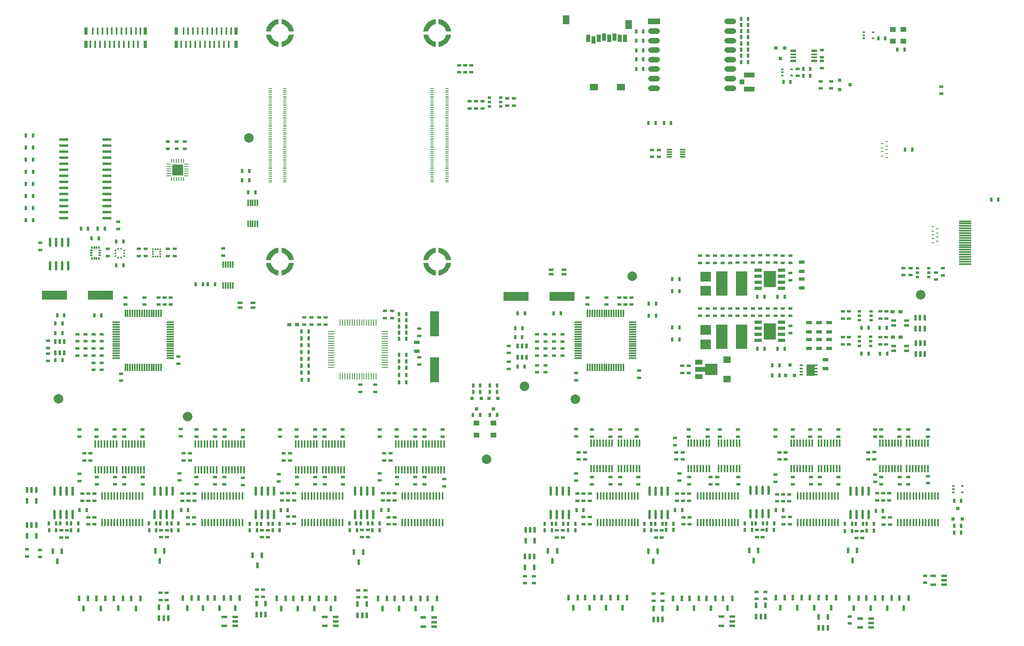
<source format=gtp>
G04*
G04 #@! TF.GenerationSoftware,Altium Limited,Altium Designer,19.0.15 (446)*
G04*
G04 Layer_Color=8421504*
%FSLAX43Y43*%
%MOMM*%
G71*
G01*
G75*
%ADD22R,0.279X1.462*%
%ADD23R,1.930X5.334*%
%ADD24R,5.334X1.930*%
%ADD25R,0.600X0.900*%
%ADD26R,0.900X0.600*%
%ADD27R,0.950X0.700*%
%ADD28R,1.462X0.279*%
%ADD29R,0.600X1.300*%
%ADD30R,0.600X0.200*%
%ADD31R,1.200X0.600*%
%ADD32R,0.600X1.200*%
%ADD33R,1.803X1.397*%
%ADD34R,1.397X1.905*%
%ADD35R,0.813X1.499*%
%ADD36R,0.600X0.420*%
G04:AMPARAMS|DCode=37|XSize=1.4mm|YSize=0.3mm|CornerRadius=0.075mm|HoleSize=0mm|Usage=FLASHONLY|Rotation=90.000|XOffset=0mm|YOffset=0mm|HoleType=Round|Shape=RoundedRectangle|*
%AMROUNDEDRECTD37*
21,1,1.400,0.150,0,0,90.0*
21,1,1.250,0.300,0,0,90.0*
1,1,0.150,0.075,0.625*
1,1,0.150,0.075,-0.625*
1,1,0.150,-0.075,-0.625*
1,1,0.150,-0.075,0.625*
%
%ADD37ROUNDEDRECTD37*%
%ADD38R,0.300X1.550*%
%ADD39O,0.400X1.550*%
%ADD40R,1.100X0.600*%
%ADD41C,2.000*%
%ADD42R,0.700X0.200*%
%ADD43R,2.200X1.050*%
%ADD44R,1.050X1.000*%
%ADD45R,1.250X1.100*%
%ADD46R,0.800X0.800*%
%ADD47R,2.200X2.000*%
%ADD48R,1.300X0.700*%
G04:AMPARAMS|DCode=49|XSize=1.56mm|YSize=0.28mm|CornerRadius=0.035mm|HoleSize=0mm|Usage=FLASHONLY|Rotation=0.000|XOffset=0mm|YOffset=0mm|HoleType=Round|Shape=RoundedRectangle|*
%AMROUNDEDRECTD49*
21,1,1.560,0.210,0,0,0.0*
21,1,1.490,0.280,0,0,0.0*
1,1,0.070,0.745,-0.105*
1,1,0.070,-0.745,-0.105*
1,1,0.070,-0.745,0.105*
1,1,0.070,0.745,0.105*
%
%ADD49ROUNDEDRECTD49*%
G04:AMPARAMS|DCode=50|XSize=1.56mm|YSize=0.28mm|CornerRadius=0.035mm|HoleSize=0mm|Usage=FLASHONLY|Rotation=90.000|XOffset=0mm|YOffset=0mm|HoleType=Round|Shape=RoundedRectangle|*
%AMROUNDEDRECTD50*
21,1,1.560,0.210,0,0,90.0*
21,1,1.490,0.280,0,0,90.0*
1,1,0.070,0.105,0.745*
1,1,0.070,0.105,-0.745*
1,1,0.070,-0.105,-0.745*
1,1,0.070,-0.105,0.745*
%
%ADD50ROUNDEDRECTD50*%
%ADD51R,0.800X1.500*%
%ADD52R,0.400X1.500*%
%ADD53R,0.530X1.980*%
%ADD54O,0.530X1.980*%
%ADD55R,1.640X1.400*%
%ADD56R,2.600X0.300*%
%ADD57R,0.600X1.000*%
%ADD58R,0.800X0.550*%
%ADD59R,0.600X0.300*%
%ADD60R,0.300X0.600*%
%ADD61R,0.305X0.457*%
%ADD62R,0.457X0.305*%
%ADD63R,0.300X0.300*%
%ADD64R,0.300X0.300*%
%ADD65R,1.150X0.600*%
%ADD66R,1.150X0.450*%
%ADD67R,0.800X0.800*%
%ADD68R,0.700X0.420*%
%ADD69R,1.710X2.370*%
%ADD70R,1.500X1.000*%
%ADD71R,2.600X2.400*%
%ADD72R,2.200X1.000*%
%ADD73R,2.350X5.100*%
%ADD74R,1.505X0.802*%
%ADD75R,2.613X3.502*%
G04:AMPARAMS|DCode=76|XSize=1.12mm|YSize=0.27mm|CornerRadius=0.034mm|HoleSize=0mm|Usage=FLASHONLY|Rotation=180.000|XOffset=0mm|YOffset=0mm|HoleType=Round|Shape=RoundedRectangle|*
%AMROUNDEDRECTD76*
21,1,1.120,0.203,0,0,180.0*
21,1,1.053,0.270,0,0,180.0*
1,1,0.068,-0.526,0.101*
1,1,0.068,0.526,0.101*
1,1,0.068,0.526,-0.101*
1,1,0.068,-0.526,-0.101*
%
%ADD76ROUNDEDRECTD76*%
%ADD77R,1.981X0.559*%
%ADD78R,2.500X1.200*%
%ADD79O,2.500X1.200*%
%ADD80R,0.808X0.225*%
%ADD81R,0.225X0.808*%
%ADD82R,0.025X0.025*%
G36*
X94070Y133874D02*
X94544Y133738D01*
X94988Y133524D01*
X95390Y133239D01*
X95739Y132890D01*
X96024Y132488D01*
X96238Y132044D01*
X96374Y131570D01*
X96402Y131325D01*
X95372D01*
X95342Y131467D01*
X95249Y131743D01*
X95115Y132002D01*
X94943Y132237D01*
X94737Y132442D01*
X94502Y132614D01*
X94244Y132748D01*
X93968Y132842D01*
X93825Y132872D01*
X93825D01*
Y133902D01*
X94070Y133874D01*
D02*
G37*
G36*
X93175Y132872D02*
X93033Y132842D01*
X92757Y132749D01*
X92498Y132615D01*
X92263Y132443D01*
X92058Y132237D01*
X91886Y132002D01*
X91752Y131744D01*
X91658Y131468D01*
X91628Y131325D01*
X91628D01*
Y131325D01*
X90598D01*
X90626Y131570D01*
X90762Y132044D01*
X90976Y132488D01*
X91261Y132890D01*
X91610Y133239D01*
X92012Y133524D01*
X92456Y133738D01*
X92930Y133874D01*
X93175Y133902D01*
X93175D01*
Y132872D01*
D02*
G37*
G36*
X61070Y133874D02*
X61544Y133738D01*
X61988Y133524D01*
X62390Y133239D01*
X62739Y132890D01*
X63024Y132488D01*
X63238Y132044D01*
X63374Y131570D01*
X63402Y131325D01*
X62372D01*
X62342Y131467D01*
X62249Y131743D01*
X62115Y132002D01*
X61943Y132237D01*
X61737Y132442D01*
X61502Y132614D01*
X61244Y132748D01*
X60968Y132842D01*
X60825Y132872D01*
X60825D01*
Y133902D01*
X61070Y133874D01*
D02*
G37*
G36*
X60175Y132872D02*
X60033Y132842D01*
X59757Y132749D01*
X59498Y132615D01*
X59263Y132443D01*
X59058Y132237D01*
X58886Y132002D01*
X58752Y131744D01*
X58658Y131468D01*
X58628Y131325D01*
X58628D01*
Y131325D01*
X57598D01*
X57626Y131570D01*
X57762Y132044D01*
X57976Y132488D01*
X58261Y132890D01*
X58610Y133239D01*
X59012Y133524D01*
X59456Y133738D01*
X59930Y133874D01*
X60175Y133902D01*
X60175D01*
Y132872D01*
D02*
G37*
G36*
X96402Y130675D02*
X96374Y130430D01*
X96238Y129956D01*
X96024Y129512D01*
X95739Y129110D01*
X95390Y128761D01*
X94988Y128476D01*
X94544Y128262D01*
X94070Y128126D01*
X93825Y128098D01*
Y128098D01*
Y129128D01*
X93967Y129158D01*
X94243Y129251D01*
X94502Y129385D01*
X94737Y129557D01*
X94942Y129763D01*
X95114Y129998D01*
X95248Y130256D01*
X95342Y130532D01*
X95372Y130675D01*
Y130675D01*
Y130675D01*
X96402Y130675D01*
D02*
G37*
G36*
X91658Y130533D02*
X91751Y130257D01*
X91885Y129998D01*
X92057Y129763D01*
X92263Y129558D01*
X92498Y129386D01*
X92756Y129252D01*
X93032Y129158D01*
X93175Y129128D01*
X93175Y129128D01*
X93175D01*
X93175Y128098D01*
X92930Y128126D01*
X92456Y128262D01*
X92012Y128476D01*
X91610Y128761D01*
X91261Y129110D01*
X90976Y129512D01*
X90762Y129956D01*
X90626Y130430D01*
X90598Y130675D01*
X90598Y130675D01*
X91628D01*
X91658Y130533D01*
D02*
G37*
G36*
X63402Y130675D02*
X63374Y130430D01*
X63238Y129956D01*
X63024Y129512D01*
X62739Y129110D01*
X62390Y128761D01*
X61988Y128476D01*
X61544Y128262D01*
X61070Y128126D01*
X60825Y128098D01*
Y128098D01*
Y129128D01*
X60967Y129158D01*
X61243Y129251D01*
X61502Y129385D01*
X61737Y129557D01*
X61942Y129763D01*
X62114Y129998D01*
X62248Y130256D01*
X62342Y130532D01*
X62372Y130675D01*
Y130675D01*
Y130675D01*
X63402Y130675D01*
D02*
G37*
G36*
X58658Y130533D02*
X58751Y130257D01*
X58885Y129998D01*
X59057Y129763D01*
X59263Y129558D01*
X59498Y129386D01*
X59756Y129252D01*
X60032Y129158D01*
X60175Y129128D01*
X60175Y129128D01*
X60175D01*
X60175Y128098D01*
X59930Y128126D01*
X59456Y128262D01*
X59012Y128476D01*
X58610Y128761D01*
X58261Y129110D01*
X57976Y129512D01*
X57762Y129956D01*
X57626Y130430D01*
X57598Y130675D01*
X57598Y130675D01*
X58628D01*
X58658Y130533D01*
D02*
G37*
G36*
X40155Y101095D02*
X37895D01*
Y103355D01*
X40155D01*
Y101095D01*
D02*
G37*
G36*
X94070Y85874D02*
X94544Y85738D01*
X94988Y85524D01*
X95390Y85239D01*
X95739Y84890D01*
X96024Y84488D01*
X96238Y84044D01*
X96374Y83570D01*
X96402Y83325D01*
X95372D01*
X95342Y83467D01*
X95249Y83743D01*
X95115Y84002D01*
X94943Y84237D01*
X94737Y84442D01*
X94502Y84614D01*
X94244Y84748D01*
X93968Y84842D01*
X93825Y84872D01*
X93825D01*
Y85902D01*
X94070Y85874D01*
D02*
G37*
G36*
X93175Y84872D02*
X93033Y84842D01*
X92757Y84749D01*
X92498Y84615D01*
X92263Y84443D01*
X92058Y84237D01*
X91886Y84002D01*
X91752Y83744D01*
X91658Y83468D01*
X91628Y83325D01*
X91628D01*
Y83325D01*
X90598D01*
X90626Y83570D01*
X90762Y84044D01*
X90976Y84488D01*
X91261Y84890D01*
X91610Y85239D01*
X92012Y85524D01*
X92456Y85738D01*
X92930Y85874D01*
X93175Y85902D01*
X93175D01*
Y84872D01*
D02*
G37*
G36*
X61070Y85874D02*
X61544Y85738D01*
X61988Y85524D01*
X62390Y85239D01*
X62739Y84890D01*
X63024Y84488D01*
X63238Y84044D01*
X63374Y83570D01*
X63402Y83325D01*
X62372D01*
X62342Y83467D01*
X62249Y83743D01*
X62115Y84002D01*
X61943Y84237D01*
X61737Y84442D01*
X61502Y84614D01*
X61244Y84748D01*
X60968Y84842D01*
X60825Y84872D01*
X60825D01*
Y85902D01*
X61070Y85874D01*
D02*
G37*
G36*
X60175Y84872D02*
X60033Y84842D01*
X59757Y84749D01*
X59498Y84615D01*
X59263Y84443D01*
X59058Y84237D01*
X58886Y84002D01*
X58752Y83744D01*
X58658Y83468D01*
X58628Y83325D01*
X58628D01*
Y83325D01*
X57598D01*
X57626Y83570D01*
X57762Y84044D01*
X57976Y84488D01*
X58261Y84890D01*
X58610Y85239D01*
X59012Y85524D01*
X59456Y85738D01*
X59930Y85874D01*
X60175Y85902D01*
X60175D01*
Y84872D01*
D02*
G37*
G36*
X96402Y82675D02*
X96374Y82430D01*
X96238Y81956D01*
X96024Y81512D01*
X95739Y81110D01*
X95390Y80761D01*
X94988Y80476D01*
X94544Y80262D01*
X94070Y80126D01*
X93825Y80098D01*
Y80098D01*
Y81128D01*
X93967Y81158D01*
X94243Y81251D01*
X94502Y81385D01*
X94737Y81557D01*
X94942Y81763D01*
X95114Y81998D01*
X95248Y82256D01*
X95342Y82532D01*
X95372Y82675D01*
Y82675D01*
Y82675D01*
X96402Y82675D01*
D02*
G37*
G36*
X91658Y82533D02*
X91751Y82257D01*
X91885Y81998D01*
X92057Y81763D01*
X92263Y81558D01*
X92498Y81386D01*
X92756Y81252D01*
X93032Y81158D01*
X93175Y81128D01*
X93175Y81128D01*
X93175D01*
X93175Y80098D01*
X92930Y80126D01*
X92456Y80262D01*
X92012Y80476D01*
X91610Y80761D01*
X91261Y81110D01*
X90976Y81512D01*
X90762Y81956D01*
X90626Y82430D01*
X90598Y82675D01*
X90598Y82675D01*
X91628D01*
X91658Y82533D01*
D02*
G37*
G36*
X63402Y82675D02*
X63374Y82430D01*
X63238Y81956D01*
X63024Y81512D01*
X62739Y81110D01*
X62390Y80761D01*
X61988Y80476D01*
X61544Y80262D01*
X61070Y80126D01*
X60825Y80098D01*
Y80098D01*
Y81128D01*
X60967Y81158D01*
X61243Y81251D01*
X61502Y81385D01*
X61737Y81557D01*
X61942Y81763D01*
X62114Y81998D01*
X62248Y82256D01*
X62342Y82532D01*
X62372Y82675D01*
Y82675D01*
Y82675D01*
X63402Y82675D01*
D02*
G37*
G36*
X58658Y82533D02*
X58751Y82257D01*
X58885Y81998D01*
X59057Y81763D01*
X59263Y81558D01*
X59498Y81386D01*
X59756Y81252D01*
X60032Y81158D01*
X60175Y81128D01*
X60175Y81128D01*
X60175D01*
X60175Y80098D01*
X59930Y80126D01*
X59456Y80262D01*
X59012Y80476D01*
X58610Y80761D01*
X58261Y81110D01*
X57976Y81512D01*
X57762Y81956D01*
X57626Y82430D01*
X57598Y82675D01*
X57598Y82675D01*
X58628D01*
X58658Y82533D01*
D02*
G37*
D22*
X73662Y70185D02*
D03*
X74162D02*
D03*
X80662Y58958D02*
D03*
X80162D02*
D03*
X79662D02*
D03*
X79162D02*
D03*
X78662D02*
D03*
X78162D02*
D03*
X77662D02*
D03*
X77162D02*
D03*
X76662D02*
D03*
X76162D02*
D03*
X75662D02*
D03*
X75162D02*
D03*
X74662D02*
D03*
X74162D02*
D03*
X73662D02*
D03*
X73162D02*
D03*
Y70185D02*
D03*
X74662D02*
D03*
X75162D02*
D03*
X75662D02*
D03*
X76162D02*
D03*
X76662D02*
D03*
X77162D02*
D03*
X77662D02*
D03*
X78162D02*
D03*
X78662D02*
D03*
X79162D02*
D03*
X79662D02*
D03*
X80162D02*
D03*
X80662D02*
D03*
D23*
X92950Y60299D02*
D03*
Y69951D02*
D03*
D24*
X13198Y75925D02*
D03*
X22850D02*
D03*
X119726Y75700D02*
D03*
X110074D02*
D03*
D25*
X66527Y59643D02*
D03*
X65027D02*
D03*
X66527Y61086D02*
D03*
X65027D02*
D03*
X66527Y62529D02*
D03*
X65027D02*
D03*
X66527Y63972D02*
D03*
X65027D02*
D03*
X66527Y65414D02*
D03*
X65027D02*
D03*
X66527Y66857D02*
D03*
X65027D02*
D03*
X66527Y68300D02*
D03*
X65027D02*
D03*
X87021Y63375D02*
D03*
X85521D02*
D03*
X111875Y72100D02*
D03*
X110375D02*
D03*
X117950D02*
D03*
X119450D02*
D03*
X15250Y71700D02*
D03*
X13750D02*
D03*
X21550D02*
D03*
X23050D02*
D03*
X179050Y26400D02*
D03*
X180550D02*
D03*
X185150Y26500D02*
D03*
X183650D02*
D03*
X164150Y26700D02*
D03*
X162650D02*
D03*
X158050D02*
D03*
X159550D02*
D03*
X143050D02*
D03*
X141550D02*
D03*
X136950Y26600D02*
D03*
X138450D02*
D03*
X122450D02*
D03*
X120950D02*
D03*
X116050D02*
D03*
X117550D02*
D03*
X81429Y26589D02*
D03*
X79929D02*
D03*
X75150Y26605D02*
D03*
X76650D02*
D03*
X60450Y26550D02*
D03*
X58950D02*
D03*
X54150D02*
D03*
X55650D02*
D03*
X39210Y26600D02*
D03*
X37710D02*
D03*
X33050Y26577D02*
D03*
X34550D02*
D03*
X12050Y26600D02*
D03*
X13550D02*
D03*
X18196Y26589D02*
D03*
X16696D02*
D03*
X106050Y50800D02*
D03*
X104550D02*
D03*
X102521D02*
D03*
X101021D02*
D03*
X106050Y57000D02*
D03*
X104550D02*
D03*
X102550D02*
D03*
X101050D02*
D03*
X106050Y55600D02*
D03*
X104550D02*
D03*
X102533D02*
D03*
X101033D02*
D03*
X142825Y66601D02*
D03*
X144325D02*
D03*
X142825Y69141D02*
D03*
X144325D02*
D03*
X137925Y71608D02*
D03*
X139425D02*
D03*
X137925Y74148D02*
D03*
X139425D02*
D03*
X142825Y76761D02*
D03*
X144325D02*
D03*
X142825Y79301D02*
D03*
X144325D02*
D03*
X185153Y27950D02*
D03*
X183653D02*
D03*
X185550Y30650D02*
D03*
X187050D02*
D03*
X182849Y27950D02*
D03*
X181349D02*
D03*
X180550D02*
D03*
X179050D02*
D03*
X164250Y28000D02*
D03*
X162750D02*
D03*
X164575Y30800D02*
D03*
X166075D02*
D03*
X161850Y28000D02*
D03*
X160350D02*
D03*
X159550D02*
D03*
X158050D02*
D03*
X143050Y27950D02*
D03*
X141550D02*
D03*
X143445Y30800D02*
D03*
X144945D02*
D03*
X140750Y27950D02*
D03*
X139250D02*
D03*
X138450D02*
D03*
X136950D02*
D03*
X122450Y27900D02*
D03*
X120950D02*
D03*
X122710Y30800D02*
D03*
X124210D02*
D03*
X119950Y27900D02*
D03*
X118450D02*
D03*
X117550D02*
D03*
X116050D02*
D03*
X81429Y28000D02*
D03*
X79929D02*
D03*
X81750Y30800D02*
D03*
X83250D02*
D03*
X78950Y28000D02*
D03*
X77450D02*
D03*
X76550D02*
D03*
X75050D02*
D03*
X60450Y27900D02*
D03*
X58950D02*
D03*
X60650Y30800D02*
D03*
X62150D02*
D03*
X58050Y27900D02*
D03*
X56550D02*
D03*
X55650D02*
D03*
X54150D02*
D03*
X39210Y28000D02*
D03*
X37710D02*
D03*
X39750Y30800D02*
D03*
X41250D02*
D03*
X36850Y28000D02*
D03*
X35350D02*
D03*
X34522Y28000D02*
D03*
X33022D02*
D03*
X18196Y28000D02*
D03*
X16696D02*
D03*
X18450Y30800D02*
D03*
X19950D02*
D03*
X15850Y28000D02*
D03*
X14350D02*
D03*
X13522Y28000D02*
D03*
X12022D02*
D03*
X13350Y68000D02*
D03*
X14850D02*
D03*
X13350Y70000D02*
D03*
X14850D02*
D03*
Y62300D02*
D03*
X13350D02*
D03*
X109850Y67110D02*
D03*
X111350D02*
D03*
X109860Y68997D02*
D03*
X111360D02*
D03*
X111860Y60920D02*
D03*
X110360D02*
D03*
X182550Y69101D02*
D03*
X184050D02*
D03*
X187825Y69101D02*
D03*
X186325D02*
D03*
X85531Y60662D02*
D03*
X87031D02*
D03*
X182529Y63625D02*
D03*
X184029D02*
D03*
X187900D02*
D03*
X186400D02*
D03*
X42850Y78200D02*
D03*
X44350D02*
D03*
X45355D02*
D03*
X46855D02*
D03*
X87031Y59162D02*
D03*
X85531D02*
D03*
X87031Y57662D02*
D03*
X85531D02*
D03*
X52550Y102000D02*
D03*
X54050D02*
D03*
X55313Y97500D02*
D03*
X53813D02*
D03*
X54050Y100050D02*
D03*
X52550D02*
D03*
X87000Y62018D02*
D03*
X85500D02*
D03*
X65050Y58200D02*
D03*
X66550D02*
D03*
X87021Y66821D02*
D03*
X85521D02*
D03*
X87021Y68085D02*
D03*
X85521D02*
D03*
X87000Y71975D02*
D03*
X85500D02*
D03*
X87000Y69363D02*
D03*
X85500D02*
D03*
X87000Y70675D02*
D03*
X85500D02*
D03*
X22481Y87850D02*
D03*
X20981D02*
D03*
X27656Y82225D02*
D03*
X26156D02*
D03*
X27631Y87225D02*
D03*
X26131D02*
D03*
X170303Y123475D02*
D03*
X171803D02*
D03*
X170303Y121975D02*
D03*
X171803D02*
D03*
X167650Y120700D02*
D03*
X166150D02*
D03*
X163799Y61175D02*
D03*
X165299D02*
D03*
Y59100D02*
D03*
X163799D02*
D03*
X160675Y64675D02*
D03*
X162175D02*
D03*
X164925Y64675D02*
D03*
X166425D02*
D03*
X160675Y75577D02*
D03*
X162175D02*
D03*
X164925D02*
D03*
X166425D02*
D03*
X142600Y112120D02*
D03*
X141100D02*
D03*
X139350D02*
D03*
X137850D02*
D03*
X7175Y91720D02*
D03*
X8675D02*
D03*
X7175Y94260D02*
D03*
X8675D02*
D03*
X7175Y96800D02*
D03*
X8675D02*
D03*
X7175Y99340D02*
D03*
X8675D02*
D03*
X7175Y101880D02*
D03*
X8675D02*
D03*
X7175Y104420D02*
D03*
X8675D02*
D03*
X7175Y106960D02*
D03*
X8675D02*
D03*
X7175Y109500D02*
D03*
X8675D02*
D03*
X18750Y89900D02*
D03*
X20250D02*
D03*
X23750D02*
D03*
X22250D02*
D03*
X157250Y126200D02*
D03*
X158750D02*
D03*
X157250Y124900D02*
D03*
X158750D02*
D03*
X157250Y133925D02*
D03*
X158750D02*
D03*
X157250Y132675D02*
D03*
X158750D02*
D03*
X157250Y131400D02*
D03*
X158750D02*
D03*
X135250Y123400D02*
D03*
X136750D02*
D03*
X135250Y131325D02*
D03*
X136750D02*
D03*
X135250Y129325D02*
D03*
X136750D02*
D03*
X135250Y127325D02*
D03*
X136750D02*
D03*
X135250Y125450D02*
D03*
X136750D02*
D03*
X157250Y127500D02*
D03*
X158750D02*
D03*
X157250Y130100D02*
D03*
X158750D02*
D03*
X157250Y128800D02*
D03*
X158750D02*
D03*
X211250Y96000D02*
D03*
X209750D02*
D03*
X191661Y106462D02*
D03*
X193161D02*
D03*
X203475Y32795D02*
D03*
X201975D02*
D03*
X203475Y26075D02*
D03*
X201975D02*
D03*
X203475Y27525D02*
D03*
X201975D02*
D03*
X186050Y129850D02*
D03*
X187550D02*
D03*
X191550Y127475D02*
D03*
X190050D02*
D03*
D26*
X84013Y71136D02*
D03*
Y72636D02*
D03*
X139400Y25050D02*
D03*
X140650D02*
D03*
X160600Y25150D02*
D03*
X161800D02*
D03*
X185227Y41469D02*
D03*
Y42969D02*
D03*
X185400Y36750D02*
D03*
Y38250D02*
D03*
Y47750D02*
D03*
Y46250D02*
D03*
X183920Y41450D02*
D03*
Y42950D02*
D03*
X186700Y36250D02*
D03*
Y37750D02*
D03*
X186678Y46250D02*
D03*
Y47750D02*
D03*
X190525Y36250D02*
D03*
Y37750D02*
D03*
X190500Y46250D02*
D03*
Y47750D02*
D03*
X196488Y36450D02*
D03*
Y37950D02*
D03*
Y46250D02*
D03*
Y47750D02*
D03*
X192350Y36250D02*
D03*
Y37750D02*
D03*
Y46250D02*
D03*
Y47750D02*
D03*
X165375Y41450D02*
D03*
Y42950D02*
D03*
X164500Y38250D02*
D03*
Y36750D02*
D03*
Y47750D02*
D03*
Y46250D02*
D03*
X166619Y41450D02*
D03*
Y42950D02*
D03*
X168100Y36250D02*
D03*
Y37750D02*
D03*
Y46250D02*
D03*
Y47750D02*
D03*
X171900Y36250D02*
D03*
Y37750D02*
D03*
X171800Y46250D02*
D03*
Y47750D02*
D03*
X177700Y36250D02*
D03*
Y37750D02*
D03*
Y46250D02*
D03*
Y47750D02*
D03*
X173800Y36250D02*
D03*
Y37750D02*
D03*
Y46250D02*
D03*
Y47750D02*
D03*
X143700Y41450D02*
D03*
Y42950D02*
D03*
X144325Y38488D02*
D03*
Y36988D02*
D03*
X143418Y45950D02*
D03*
Y44450D02*
D03*
X145005Y41450D02*
D03*
Y42950D02*
D03*
X146400Y36250D02*
D03*
Y37750D02*
D03*
X146273Y46250D02*
D03*
Y47750D02*
D03*
X150875Y36250D02*
D03*
Y37750D02*
D03*
X150300Y46250D02*
D03*
Y47750D02*
D03*
X156700Y36250D02*
D03*
Y37750D02*
D03*
X156600Y46250D02*
D03*
Y47750D02*
D03*
X152300Y36250D02*
D03*
Y37750D02*
D03*
X152800Y46250D02*
D03*
Y47750D02*
D03*
X123200Y41450D02*
D03*
Y42950D02*
D03*
X122700Y38488D02*
D03*
Y36988D02*
D03*
Y47812D02*
D03*
Y46312D02*
D03*
X124500Y41450D02*
D03*
Y42950D02*
D03*
X126000Y36250D02*
D03*
Y37750D02*
D03*
Y46250D02*
D03*
Y47750D02*
D03*
X129900Y36250D02*
D03*
Y37750D02*
D03*
X129859Y46250D02*
D03*
Y47750D02*
D03*
X135700Y36250D02*
D03*
Y37750D02*
D03*
X135327Y47749D02*
D03*
Y46249D02*
D03*
X131900Y36250D02*
D03*
Y37750D02*
D03*
X131850Y46250D02*
D03*
Y47750D02*
D03*
X82400Y41250D02*
D03*
Y42750D02*
D03*
X81429Y38550D02*
D03*
Y37050D02*
D03*
X81417Y47750D02*
D03*
Y46250D02*
D03*
X83700Y41250D02*
D03*
Y42750D02*
D03*
X85100Y36250D02*
D03*
Y37750D02*
D03*
X85000Y46250D02*
D03*
Y47750D02*
D03*
X88900Y36250D02*
D03*
Y37750D02*
D03*
Y46250D02*
D03*
Y47750D02*
D03*
X94960Y35820D02*
D03*
Y37320D02*
D03*
X94625Y46250D02*
D03*
Y47750D02*
D03*
X90800Y36250D02*
D03*
Y37750D02*
D03*
Y46250D02*
D03*
Y47750D02*
D03*
X61300Y41250D02*
D03*
Y42750D02*
D03*
X60300Y38350D02*
D03*
Y36850D02*
D03*
X60500Y47750D02*
D03*
Y46250D02*
D03*
X62600Y41250D02*
D03*
Y42750D02*
D03*
X64100Y36250D02*
D03*
Y37750D02*
D03*
X64000Y46250D02*
D03*
Y47750D02*
D03*
X67900Y36250D02*
D03*
Y37750D02*
D03*
X67900Y46250D02*
D03*
Y47750D02*
D03*
X73700Y36250D02*
D03*
Y37750D02*
D03*
X73600Y46250D02*
D03*
Y47750D02*
D03*
X69900Y36250D02*
D03*
Y37750D02*
D03*
X69800Y46250D02*
D03*
Y47750D02*
D03*
X40300Y41250D02*
D03*
Y42750D02*
D03*
X39400Y38550D02*
D03*
Y37050D02*
D03*
X39700Y47812D02*
D03*
Y46312D02*
D03*
X41600Y41250D02*
D03*
Y42750D02*
D03*
X43000Y36250D02*
D03*
Y37750D02*
D03*
Y46250D02*
D03*
Y47750D02*
D03*
X46900Y36250D02*
D03*
Y37750D02*
D03*
Y46250D02*
D03*
Y47750D02*
D03*
X52700Y36078D02*
D03*
Y37578D02*
D03*
Y46150D02*
D03*
Y47650D02*
D03*
X48830Y36250D02*
D03*
Y37750D02*
D03*
X48889Y46250D02*
D03*
Y47750D02*
D03*
X19445Y41250D02*
D03*
Y42750D02*
D03*
X18400Y38450D02*
D03*
Y36950D02*
D03*
Y47750D02*
D03*
Y46250D02*
D03*
X20700Y41250D02*
D03*
Y42750D02*
D03*
X22100Y36250D02*
D03*
Y37750D02*
D03*
X22000Y46250D02*
D03*
Y47750D02*
D03*
X25908Y36250D02*
D03*
Y37750D02*
D03*
X25824Y46250D02*
D03*
Y47750D02*
D03*
X31700Y36250D02*
D03*
Y37750D02*
D03*
X31605Y46250D02*
D03*
Y47750D02*
D03*
X27811Y36250D02*
D03*
Y37750D02*
D03*
Y46250D02*
D03*
Y47750D02*
D03*
X181500Y26450D02*
D03*
Y24950D02*
D03*
X182700D02*
D03*
Y26450D02*
D03*
X188500Y27750D02*
D03*
Y29250D02*
D03*
X187150D02*
D03*
Y27750D02*
D03*
X185800Y34350D02*
D03*
Y32850D02*
D03*
X187100Y34350D02*
D03*
Y32850D02*
D03*
X188400Y34350D02*
D03*
Y32850D02*
D03*
X167500Y27850D02*
D03*
Y29350D02*
D03*
X166200D02*
D03*
Y27850D02*
D03*
X160600Y26650D02*
D03*
X161800D02*
D03*
X164800Y34150D02*
D03*
Y32650D02*
D03*
X166100Y34150D02*
D03*
Y32650D02*
D03*
X167400Y34150D02*
D03*
Y32650D02*
D03*
X143800Y34250D02*
D03*
Y32750D02*
D03*
X145100Y34250D02*
D03*
Y32750D02*
D03*
X146400Y34250D02*
D03*
Y32750D02*
D03*
X145143Y29325D02*
D03*
Y27825D02*
D03*
X146440D02*
D03*
Y29325D02*
D03*
X140650Y26550D02*
D03*
X139400D02*
D03*
X118600D02*
D03*
Y25050D02*
D03*
X119900D02*
D03*
Y26550D02*
D03*
X122900Y34250D02*
D03*
Y32750D02*
D03*
X124200Y34250D02*
D03*
Y32750D02*
D03*
X125500Y34250D02*
D03*
Y32750D02*
D03*
X84575Y27825D02*
D03*
Y29325D02*
D03*
X83300D02*
D03*
Y27825D02*
D03*
X77698Y26653D02*
D03*
Y25153D02*
D03*
X78950D02*
D03*
Y26653D02*
D03*
X82066Y34350D02*
D03*
Y32850D02*
D03*
X83300Y34350D02*
D03*
Y32850D02*
D03*
X84600Y34350D02*
D03*
Y32850D02*
D03*
X60900Y34350D02*
D03*
Y32850D02*
D03*
X62200Y34350D02*
D03*
Y32850D02*
D03*
X63500Y34350D02*
D03*
Y32850D02*
D03*
Y27950D02*
D03*
Y29450D02*
D03*
X62200D02*
D03*
Y27950D02*
D03*
X57935Y25104D02*
D03*
Y26604D02*
D03*
X56665D02*
D03*
Y25104D02*
D03*
X40000Y34250D02*
D03*
Y32750D02*
D03*
X41300Y34250D02*
D03*
Y32750D02*
D03*
X42600Y34250D02*
D03*
Y32750D02*
D03*
X41250Y29325D02*
D03*
Y27825D02*
D03*
X42500D02*
D03*
Y29325D02*
D03*
X35550Y26609D02*
D03*
Y25109D02*
D03*
X36800D02*
D03*
Y26609D02*
D03*
X19000Y34250D02*
D03*
Y32750D02*
D03*
X20300Y34250D02*
D03*
Y32750D02*
D03*
X21600Y34250D02*
D03*
Y32750D02*
D03*
X21550Y27825D02*
D03*
Y29325D02*
D03*
X20300D02*
D03*
Y27825D02*
D03*
X15800Y25077D02*
D03*
Y26577D02*
D03*
X14600D02*
D03*
Y25077D02*
D03*
X10100Y22450D02*
D03*
Y20950D02*
D03*
X7450Y21100D02*
D03*
Y22600D02*
D03*
X35439Y11934D02*
D03*
Y13434D02*
D03*
X36709D02*
D03*
Y11934D02*
D03*
X55679Y12636D02*
D03*
Y14136D02*
D03*
X56994Y14125D02*
D03*
Y12625D02*
D03*
X76950Y12501D02*
D03*
Y14001D02*
D03*
X138600Y104950D02*
D03*
Y106450D02*
D03*
X140000Y104950D02*
D03*
Y106450D02*
D03*
X109614Y115750D02*
D03*
Y117250D02*
D03*
X148673Y84252D02*
D03*
Y82752D02*
D03*
X150250Y84252D02*
D03*
Y82752D02*
D03*
X151827Y84252D02*
D03*
Y82752D02*
D03*
X153405Y84252D02*
D03*
Y82752D02*
D03*
X154982Y84252D02*
D03*
Y82752D02*
D03*
X148673Y73150D02*
D03*
Y71650D02*
D03*
X150250Y73150D02*
D03*
Y71650D02*
D03*
X151827Y73150D02*
D03*
Y71650D02*
D03*
X153405Y73150D02*
D03*
Y71650D02*
D03*
X154982Y73150D02*
D03*
Y71650D02*
D03*
X166023Y84250D02*
D03*
Y82750D02*
D03*
X174250Y127425D02*
D03*
Y125925D02*
D03*
Y123625D02*
D03*
Y125125D02*
D03*
X187724Y65652D02*
D03*
Y67152D02*
D03*
X187773Y71053D02*
D03*
Y72553D02*
D03*
X166023Y73150D02*
D03*
Y71650D02*
D03*
X116245Y63233D02*
D03*
Y64733D02*
D03*
Y66231D02*
D03*
Y67731D02*
D03*
X21400Y63250D02*
D03*
Y64750D02*
D03*
Y66250D02*
D03*
Y67750D02*
D03*
X195900Y17050D02*
D03*
Y15550D02*
D03*
X180032Y8500D02*
D03*
Y7000D02*
D03*
X162350Y12150D02*
D03*
Y13650D02*
D03*
X160500D02*
D03*
Y12150D02*
D03*
X140779Y11750D02*
D03*
Y13250D02*
D03*
X138929D02*
D03*
Y11750D02*
D03*
X113800Y16950D02*
D03*
Y15450D02*
D03*
X124200Y27850D02*
D03*
Y29350D02*
D03*
X125500D02*
D03*
Y27850D02*
D03*
X111950Y15450D02*
D03*
Y16950D02*
D03*
X78463Y12501D02*
D03*
Y14001D02*
D03*
X21400Y61750D02*
D03*
Y60250D02*
D03*
X23100Y61750D02*
D03*
Y60250D02*
D03*
X23100Y67750D02*
D03*
Y66250D02*
D03*
X18000Y66250D02*
D03*
Y67750D02*
D03*
X19700Y66250D02*
D03*
Y67750D02*
D03*
Y63250D02*
D03*
Y64750D02*
D03*
X18000D02*
D03*
Y63250D02*
D03*
X35000Y75450D02*
D03*
Y73950D02*
D03*
X37600Y75450D02*
D03*
Y73950D02*
D03*
X27123Y57950D02*
D03*
Y59450D02*
D03*
X32050Y75450D02*
D03*
Y73950D02*
D03*
X36300Y75450D02*
D03*
Y73950D02*
D03*
X39200Y61550D02*
D03*
Y63050D02*
D03*
X23100Y64750D02*
D03*
Y63250D02*
D03*
X28050Y75450D02*
D03*
Y73950D02*
D03*
X11800Y66350D02*
D03*
Y64850D02*
D03*
Y63650D02*
D03*
Y62150D02*
D03*
X114480Y61242D02*
D03*
Y59742D02*
D03*
X116245Y61242D02*
D03*
Y59742D02*
D03*
X119775Y67731D02*
D03*
Y66231D02*
D03*
X114480D02*
D03*
Y67731D02*
D03*
X118010Y66231D02*
D03*
Y67731D02*
D03*
Y63233D02*
D03*
Y64733D02*
D03*
X114480D02*
D03*
Y63233D02*
D03*
X131700Y75450D02*
D03*
Y73950D02*
D03*
X129050Y75450D02*
D03*
Y73950D02*
D03*
X134250Y75450D02*
D03*
Y73950D02*
D03*
X122670Y58100D02*
D03*
Y59600D02*
D03*
X125050Y75450D02*
D03*
Y73950D02*
D03*
X132975Y75450D02*
D03*
Y73950D02*
D03*
X135850Y58600D02*
D03*
Y60100D02*
D03*
X119775Y64733D02*
D03*
Y63233D02*
D03*
X108520Y63800D02*
D03*
Y65300D02*
D03*
X108510Y61970D02*
D03*
Y60470D02*
D03*
X186523Y71053D02*
D03*
Y72553D02*
D03*
X179899Y71053D02*
D03*
Y72553D02*
D03*
X178649Y71053D02*
D03*
Y72553D02*
D03*
X186474Y65652D02*
D03*
Y67152D02*
D03*
X179899Y65652D02*
D03*
Y67152D02*
D03*
X178649Y65652D02*
D03*
Y67152D02*
D03*
X48600Y85725D02*
D03*
Y84225D02*
D03*
X80472Y55650D02*
D03*
Y57150D02*
D03*
X82526Y72636D02*
D03*
Y71136D02*
D03*
X89700Y67375D02*
D03*
Y68875D02*
D03*
Y62875D02*
D03*
Y61375D02*
D03*
X77400Y55650D02*
D03*
Y57150D02*
D03*
X68708Y71267D02*
D03*
Y69767D02*
D03*
X70108Y71267D02*
D03*
Y69767D02*
D03*
X65587Y71267D02*
D03*
Y69767D02*
D03*
X67148Y71267D02*
D03*
Y69767D02*
D03*
X24400Y85650D02*
D03*
Y84150D02*
D03*
X10200Y85450D02*
D03*
Y86950D02*
D03*
X32300Y85650D02*
D03*
Y84150D02*
D03*
X30900D02*
D03*
Y85650D02*
D03*
X38400Y84150D02*
D03*
Y85650D02*
D03*
X37000Y84150D02*
D03*
Y85650D02*
D03*
X192865Y81650D02*
D03*
Y80150D02*
D03*
X191365D02*
D03*
Y81650D02*
D03*
X199650Y80100D02*
D03*
Y81600D02*
D03*
X198200Y80700D02*
D03*
Y79200D02*
D03*
X169152Y123475D02*
D03*
Y121975D02*
D03*
X101688Y116650D02*
D03*
Y115150D02*
D03*
X100339Y116650D02*
D03*
Y115150D02*
D03*
X103038Y116650D02*
D03*
Y115150D02*
D03*
X108214Y117250D02*
D03*
Y115750D02*
D03*
X174000Y119350D02*
D03*
Y120850D02*
D03*
X176200Y119350D02*
D03*
Y120850D02*
D03*
X144922Y61100D02*
D03*
Y59600D02*
D03*
X146322Y61100D02*
D03*
Y59600D02*
D03*
X162868Y73150D02*
D03*
Y71650D02*
D03*
X161291D02*
D03*
Y73150D02*
D03*
X167600Y68000D02*
D03*
Y69500D02*
D03*
X158136Y73150D02*
D03*
Y71650D02*
D03*
X164445D02*
D03*
Y73150D02*
D03*
X167600D02*
D03*
Y71650D02*
D03*
X156559D02*
D03*
Y73150D02*
D03*
X159714D02*
D03*
Y71650D02*
D03*
X162868Y84300D02*
D03*
Y82800D02*
D03*
X161291D02*
D03*
Y84300D02*
D03*
X167600Y79077D02*
D03*
Y80577D02*
D03*
X158136Y84275D02*
D03*
Y82775D02*
D03*
X164445Y82800D02*
D03*
Y84300D02*
D03*
X167600Y84250D02*
D03*
Y82750D02*
D03*
X156559Y82775D02*
D03*
Y84275D02*
D03*
X159714D02*
D03*
Y82775D02*
D03*
X26600Y89850D02*
D03*
Y91350D02*
D03*
X37000Y108200D02*
D03*
Y106700D02*
D03*
X38825Y108200D02*
D03*
Y106700D02*
D03*
X40500D02*
D03*
Y108200D02*
D03*
X199300Y119750D02*
D03*
Y118250D02*
D03*
X100650Y122725D02*
D03*
Y124225D02*
D03*
X99375Y122725D02*
D03*
Y124225D02*
D03*
X98100D02*
D03*
Y122725D02*
D03*
D27*
X62459Y69771D02*
D03*
X64109D02*
D03*
X189075Y72501D02*
D03*
X190725D02*
D03*
X189125Y67100D02*
D03*
X190775D02*
D03*
D28*
X82526Y68321D02*
D03*
Y67821D02*
D03*
Y67321D02*
D03*
Y66821D02*
D03*
Y66321D02*
D03*
Y65821D02*
D03*
Y65321D02*
D03*
Y64821D02*
D03*
Y64321D02*
D03*
Y63821D02*
D03*
Y63321D02*
D03*
Y62821D02*
D03*
Y62321D02*
D03*
Y61821D02*
D03*
Y61321D02*
D03*
Y60821D02*
D03*
X71299D02*
D03*
Y61321D02*
D03*
Y61821D02*
D03*
Y62321D02*
D03*
Y62821D02*
D03*
Y63321D02*
D03*
Y63821D02*
D03*
Y64321D02*
D03*
Y64821D02*
D03*
Y65321D02*
D03*
Y65821D02*
D03*
Y66321D02*
D03*
Y66821D02*
D03*
Y67321D02*
D03*
Y67821D02*
D03*
Y68321D02*
D03*
D29*
X27550Y12302D02*
D03*
X25650D02*
D03*
X26600Y10202D02*
D03*
X188897Y12350D02*
D03*
X186997D02*
D03*
X187947Y10250D02*
D03*
X181903Y12350D02*
D03*
X180003D02*
D03*
X180953Y10250D02*
D03*
X192394Y12350D02*
D03*
X190494D02*
D03*
X191444Y10250D02*
D03*
X173583Y12408D02*
D03*
X171683D02*
D03*
X172633Y10308D02*
D03*
X166450Y12408D02*
D03*
X164550D02*
D03*
X165500Y10308D02*
D03*
X151877Y12300D02*
D03*
X149977D02*
D03*
X150927Y10200D02*
D03*
X144850Y12300D02*
D03*
X142950D02*
D03*
X143900Y10200D02*
D03*
X129886Y12450D02*
D03*
X127986D02*
D03*
X128936Y10350D02*
D03*
X122994Y12450D02*
D03*
X121094D02*
D03*
X122044Y10350D02*
D03*
X89955Y12250D02*
D03*
X88055D02*
D03*
X89005Y10150D02*
D03*
X82973Y12250D02*
D03*
X81073D02*
D03*
X82023Y10150D02*
D03*
X61720Y12229D02*
D03*
X59820D02*
D03*
X60770Y10128D02*
D03*
X68661Y12229D02*
D03*
X66761D02*
D03*
X67711Y10128D02*
D03*
X42009Y12365D02*
D03*
X40109D02*
D03*
X41059Y10265D02*
D03*
X48740Y12365D02*
D03*
X46840D02*
D03*
X47790Y10265D02*
D03*
X20250Y12277D02*
D03*
X18350D02*
D03*
X19300Y10177D02*
D03*
X177150Y12408D02*
D03*
X175250D02*
D03*
X176200Y10308D02*
D03*
X155390Y12300D02*
D03*
X153490D02*
D03*
X154440Y10200D02*
D03*
X133332Y12450D02*
D03*
X131432D02*
D03*
X132382Y10350D02*
D03*
X93446Y12250D02*
D03*
X91546D02*
D03*
X92496Y10150D02*
D03*
X72132Y12229D02*
D03*
X70232D02*
D03*
X71182Y10128D02*
D03*
X52085Y12365D02*
D03*
X50185D02*
D03*
X51135Y10265D02*
D03*
X31200Y12277D02*
D03*
X29300D02*
D03*
X30250Y10177D02*
D03*
X185400Y12350D02*
D03*
X183500D02*
D03*
X184450Y10250D02*
D03*
X170017Y12408D02*
D03*
X168117D02*
D03*
X169067Y10308D02*
D03*
X148363Y12300D02*
D03*
X146463D02*
D03*
X147413Y10200D02*
D03*
X126440Y12450D02*
D03*
X124540D02*
D03*
X125490Y10350D02*
D03*
X86464Y12250D02*
D03*
X84564D02*
D03*
X85514Y10150D02*
D03*
X65191Y12229D02*
D03*
X63291D02*
D03*
X64241Y10128D02*
D03*
X45321Y12365D02*
D03*
X43421D02*
D03*
X44371Y10265D02*
D03*
X23896Y12277D02*
D03*
X21996D02*
D03*
X22946Y10177D02*
D03*
X12842Y22157D02*
D03*
X14742D02*
D03*
X117700Y20150D02*
D03*
X116750Y22250D02*
D03*
X118650D02*
D03*
X181624Y22350D02*
D03*
X179724D02*
D03*
X180674Y20250D02*
D03*
X160850Y22350D02*
D03*
X158950D02*
D03*
X159900Y20250D02*
D03*
X139750Y22150D02*
D03*
X137850D02*
D03*
X138800Y20050D02*
D03*
X77935Y22000D02*
D03*
X76035D02*
D03*
X76985Y19900D02*
D03*
X56700Y21300D02*
D03*
X54800D02*
D03*
X55750Y19200D02*
D03*
X36250Y22250D02*
D03*
X34350D02*
D03*
X35300Y20150D02*
D03*
X13792Y20057D02*
D03*
D30*
X198475Y89007D02*
D03*
Y88207D02*
D03*
Y89907D02*
D03*
Y87307D02*
D03*
X197525Y87807D02*
D03*
Y88607D02*
D03*
Y89407D02*
D03*
Y86907D02*
D03*
Y90307D02*
D03*
X186875Y106075D02*
D03*
Y106875D02*
D03*
Y105175D02*
D03*
Y107775D02*
D03*
X187825Y107275D02*
D03*
Y106475D02*
D03*
Y105675D02*
D03*
Y108175D02*
D03*
Y104775D02*
D03*
D31*
X184550Y6170D02*
D03*
Y7120D02*
D03*
Y8070D02*
D03*
X182250D02*
D03*
Y6170D02*
D03*
X199850Y15150D02*
D03*
Y16100D02*
D03*
Y17050D02*
D03*
X197550D02*
D03*
Y15150D02*
D03*
X155440Y6530D02*
D03*
Y7480D02*
D03*
Y8430D02*
D03*
X153140D02*
D03*
Y6530D02*
D03*
X92870Y6350D02*
D03*
Y7300D02*
D03*
Y8250D02*
D03*
X90570D02*
D03*
Y6350D02*
D03*
X72180Y6510D02*
D03*
Y7460D02*
D03*
Y8410D02*
D03*
X69880D02*
D03*
Y6510D02*
D03*
X51130D02*
D03*
Y7460D02*
D03*
Y8410D02*
D03*
X48830D02*
D03*
Y6510D02*
D03*
D32*
X173560Y6110D02*
D03*
X174510D02*
D03*
X175460D02*
D03*
Y8410D02*
D03*
X173560D02*
D03*
X160450Y8500D02*
D03*
X161400D02*
D03*
X162350D02*
D03*
Y10800D02*
D03*
X160450D02*
D03*
X138879Y7850D02*
D03*
X139829D02*
D03*
X140779D02*
D03*
Y10150D02*
D03*
X138879D02*
D03*
X113850Y21050D02*
D03*
X112900D02*
D03*
X111950D02*
D03*
Y18750D02*
D03*
X113850D02*
D03*
X113950Y26672D02*
D03*
X113000D02*
D03*
X112050D02*
D03*
Y24372D02*
D03*
X113950D02*
D03*
X76800Y8750D02*
D03*
X77750D02*
D03*
X78700D02*
D03*
Y11050D02*
D03*
X76800D02*
D03*
X55600Y8850D02*
D03*
X56550D02*
D03*
X57500D02*
D03*
Y11150D02*
D03*
X55600D02*
D03*
X35143Y8121D02*
D03*
X36093D02*
D03*
X37043D02*
D03*
Y10421D02*
D03*
X35143D02*
D03*
X9350Y35050D02*
D03*
X8400D02*
D03*
X7450D02*
D03*
Y32750D02*
D03*
X9350D02*
D03*
Y27700D02*
D03*
X8400D02*
D03*
X7450D02*
D03*
Y25400D02*
D03*
X9350D02*
D03*
X193875Y68925D02*
D03*
X194825D02*
D03*
X195775D02*
D03*
Y71225D02*
D03*
X194825D02*
D03*
X193875D02*
D03*
X193925Y63600D02*
D03*
X194875D02*
D03*
X195825D02*
D03*
Y65900D02*
D03*
X194875D02*
D03*
X193925D02*
D03*
D33*
X126375Y119604D02*
D03*
X132075D02*
D03*
D34*
X120525Y133754D02*
D03*
X133675Y132754D02*
D03*
D35*
X132885Y129904D02*
D03*
X131785D02*
D03*
X130685Y130104D02*
D03*
X129585Y129904D02*
D03*
X128485Y130104D02*
D03*
X127385Y129904D02*
D03*
X126285Y129504D02*
D03*
X125185Y129904D02*
D03*
D36*
X167850Y123375D02*
D03*
Y122075D02*
D03*
X165950D02*
D03*
Y122725D02*
D03*
Y123375D02*
D03*
X184954Y131150D02*
D03*
Y129850D02*
D03*
X183054D02*
D03*
Y130500D02*
D03*
Y131150D02*
D03*
X203700Y35850D02*
D03*
Y34550D02*
D03*
X201800D02*
D03*
Y35200D02*
D03*
Y35850D02*
D03*
D37*
X49100Y82350D02*
D03*
X49600D02*
D03*
X54800Y95300D02*
D03*
X54300D02*
D03*
X55800D02*
D03*
X55300D02*
D03*
X49600Y77950D02*
D03*
X50100D02*
D03*
X48600D02*
D03*
X49100D02*
D03*
X50600D02*
D03*
Y82350D02*
D03*
X50100D02*
D03*
X48600D02*
D03*
X53800Y90900D02*
D03*
X54300D02*
D03*
X54800D02*
D03*
X55300D02*
D03*
X55800D02*
D03*
X53800Y95300D02*
D03*
D38*
X198605Y33800D02*
D03*
X197955D02*
D03*
X197305D02*
D03*
X196655D02*
D03*
X196005D02*
D03*
X195355D02*
D03*
X194705D02*
D03*
X194055D02*
D03*
X193405D02*
D03*
X192755D02*
D03*
X192105D02*
D03*
X191455D02*
D03*
X190805D02*
D03*
X190155D02*
D03*
X198605Y28200D02*
D03*
X197955D02*
D03*
X197305D02*
D03*
X196655D02*
D03*
X196005D02*
D03*
X195355D02*
D03*
X194705D02*
D03*
X194055D02*
D03*
X193405D02*
D03*
X192755D02*
D03*
X192105D02*
D03*
X191455D02*
D03*
X190805D02*
D03*
X190155D02*
D03*
X177605Y33800D02*
D03*
X176955D02*
D03*
X176305D02*
D03*
X175655D02*
D03*
X175005D02*
D03*
X174355D02*
D03*
X173705D02*
D03*
X173055D02*
D03*
X172405D02*
D03*
X171755D02*
D03*
X171105D02*
D03*
X170455D02*
D03*
X169805D02*
D03*
X169155D02*
D03*
X177605Y28200D02*
D03*
X176955D02*
D03*
X176305D02*
D03*
X175655D02*
D03*
X175005D02*
D03*
X174355D02*
D03*
X173705D02*
D03*
X173055D02*
D03*
X172405D02*
D03*
X171755D02*
D03*
X171105D02*
D03*
X170455D02*
D03*
X169805D02*
D03*
X169155D02*
D03*
X156605Y33800D02*
D03*
X155955D02*
D03*
X155305D02*
D03*
X154655D02*
D03*
X154005D02*
D03*
X153355D02*
D03*
X152705D02*
D03*
X152055D02*
D03*
X151405D02*
D03*
X150755D02*
D03*
X150105D02*
D03*
X149455D02*
D03*
X148805D02*
D03*
X148155D02*
D03*
X156605Y28200D02*
D03*
X155955D02*
D03*
X155305D02*
D03*
X154655D02*
D03*
X154005D02*
D03*
X153355D02*
D03*
X152705D02*
D03*
X152055D02*
D03*
X151405D02*
D03*
X150755D02*
D03*
X150105D02*
D03*
X149455D02*
D03*
X148805D02*
D03*
X148155D02*
D03*
X135605Y33800D02*
D03*
X134955D02*
D03*
X134305D02*
D03*
X133655D02*
D03*
X133005D02*
D03*
X132355D02*
D03*
X131705D02*
D03*
X131055D02*
D03*
X130405D02*
D03*
X129755D02*
D03*
X129105D02*
D03*
X128455D02*
D03*
X127805D02*
D03*
X127155D02*
D03*
X135605Y28200D02*
D03*
X134955D02*
D03*
X134305D02*
D03*
X133655D02*
D03*
X133005D02*
D03*
X132355D02*
D03*
X131705D02*
D03*
X131055D02*
D03*
X130405D02*
D03*
X129755D02*
D03*
X129105D02*
D03*
X128455D02*
D03*
X127805D02*
D03*
X127155D02*
D03*
X94605Y33800D02*
D03*
X93955D02*
D03*
X93305D02*
D03*
X92655D02*
D03*
X92005D02*
D03*
X91355D02*
D03*
X90705D02*
D03*
X90055D02*
D03*
X89405D02*
D03*
X88755D02*
D03*
X88105D02*
D03*
X87455D02*
D03*
X86805D02*
D03*
X86155D02*
D03*
X94605Y28200D02*
D03*
X93955D02*
D03*
X93305D02*
D03*
X92655D02*
D03*
X92005D02*
D03*
X91355D02*
D03*
X90705D02*
D03*
X90055D02*
D03*
X89405D02*
D03*
X88755D02*
D03*
X88105D02*
D03*
X87455D02*
D03*
X86805D02*
D03*
X86155D02*
D03*
X73605Y33800D02*
D03*
X72955D02*
D03*
X72305D02*
D03*
X71655D02*
D03*
X71005D02*
D03*
X70355D02*
D03*
X69705D02*
D03*
X69055D02*
D03*
X68405D02*
D03*
X67755D02*
D03*
X67105D02*
D03*
X66455D02*
D03*
X65805D02*
D03*
X65155D02*
D03*
X73605Y28200D02*
D03*
X72955D02*
D03*
X72305D02*
D03*
X71655D02*
D03*
X71005D02*
D03*
X70355D02*
D03*
X69705D02*
D03*
X69055D02*
D03*
X68405D02*
D03*
X67755D02*
D03*
X67105D02*
D03*
X66455D02*
D03*
X65805D02*
D03*
X65155D02*
D03*
X52605Y33800D02*
D03*
X51955D02*
D03*
X51305D02*
D03*
X50655D02*
D03*
X50005D02*
D03*
X49355D02*
D03*
X48705D02*
D03*
X48055D02*
D03*
X47405D02*
D03*
X46755D02*
D03*
X46105D02*
D03*
X45455D02*
D03*
X44805D02*
D03*
X44155D02*
D03*
X52605Y28200D02*
D03*
X51955D02*
D03*
X51305D02*
D03*
X50655D02*
D03*
X50005D02*
D03*
X49355D02*
D03*
X48705D02*
D03*
X48055D02*
D03*
X47405D02*
D03*
X46755D02*
D03*
X46105D02*
D03*
X45455D02*
D03*
X44805D02*
D03*
X44155D02*
D03*
X31605Y33800D02*
D03*
X30955D02*
D03*
X30305D02*
D03*
X29655D02*
D03*
X29005D02*
D03*
X28355D02*
D03*
X27705D02*
D03*
X27055D02*
D03*
X26405D02*
D03*
X25755D02*
D03*
X25105D02*
D03*
X24455D02*
D03*
X23805D02*
D03*
X23155D02*
D03*
X31605Y28200D02*
D03*
X30955D02*
D03*
X30305D02*
D03*
X29655D02*
D03*
X29005D02*
D03*
X28355D02*
D03*
X27705D02*
D03*
X27055D02*
D03*
X26405D02*
D03*
X25755D02*
D03*
X25105D02*
D03*
X24455D02*
D03*
X23805D02*
D03*
X23155D02*
D03*
D39*
X192043Y39500D02*
D03*
X192678D02*
D03*
X193313D02*
D03*
X193948D02*
D03*
X194583D02*
D03*
X195218D02*
D03*
X195853D02*
D03*
X196488D02*
D03*
X192043Y44900D02*
D03*
X192678D02*
D03*
X193313D02*
D03*
X193948D02*
D03*
X194583D02*
D03*
X195218D02*
D03*
X195853D02*
D03*
X196488D02*
D03*
X173518Y39500D02*
D03*
X174152D02*
D03*
X174788D02*
D03*
X175423D02*
D03*
X176057D02*
D03*
X176693D02*
D03*
X177327D02*
D03*
X177962D02*
D03*
X173518Y44900D02*
D03*
X174152D02*
D03*
X174788D02*
D03*
X175423D02*
D03*
X176057D02*
D03*
X176693D02*
D03*
X177327D02*
D03*
X177962D02*
D03*
X152518Y39500D02*
D03*
X153152D02*
D03*
X153788D02*
D03*
X154423D02*
D03*
X155057D02*
D03*
X155693D02*
D03*
X156327D02*
D03*
X156962D02*
D03*
X152518Y44900D02*
D03*
X153152D02*
D03*
X153788D02*
D03*
X154423D02*
D03*
X155057D02*
D03*
X155693D02*
D03*
X156327D02*
D03*
X156962D02*
D03*
X131518Y39500D02*
D03*
X132152D02*
D03*
X132788D02*
D03*
X133423D02*
D03*
X134057D02*
D03*
X134693D02*
D03*
X135327D02*
D03*
X135962D02*
D03*
X131518Y44900D02*
D03*
X132152D02*
D03*
X132788D02*
D03*
X133423D02*
D03*
X134057D02*
D03*
X134693D02*
D03*
X135327D02*
D03*
X135962D02*
D03*
X90518Y39300D02*
D03*
X91152D02*
D03*
X91787D02*
D03*
X92423D02*
D03*
X93058D02*
D03*
X93692D02*
D03*
X94327D02*
D03*
X94963D02*
D03*
X90518Y44700D02*
D03*
X91152D02*
D03*
X91787D02*
D03*
X92423D02*
D03*
X93058D02*
D03*
X93692D02*
D03*
X94327D02*
D03*
X94963D02*
D03*
X69518Y39300D02*
D03*
X70152D02*
D03*
X70787D02*
D03*
X71423D02*
D03*
X72058D02*
D03*
X72692D02*
D03*
X73327D02*
D03*
X73963D02*
D03*
X69518Y44700D02*
D03*
X70152D02*
D03*
X70787D02*
D03*
X71423D02*
D03*
X72058D02*
D03*
X72692D02*
D03*
X73327D02*
D03*
X73963D02*
D03*
X48518Y39300D02*
D03*
X49153D02*
D03*
X49787D02*
D03*
X50423D02*
D03*
X51057D02*
D03*
X51693D02*
D03*
X52327D02*
D03*
X52963D02*
D03*
X48518Y44700D02*
D03*
X49153D02*
D03*
X49787D02*
D03*
X50423D02*
D03*
X51057D02*
D03*
X51693D02*
D03*
X52327D02*
D03*
X52963D02*
D03*
X27517Y39300D02*
D03*
X28153D02*
D03*
X28788D02*
D03*
X29423D02*
D03*
X30058D02*
D03*
X30692D02*
D03*
X31327D02*
D03*
X31962D02*
D03*
X27517Y44700D02*
D03*
X28153D02*
D03*
X28788D02*
D03*
X29423D02*
D03*
X30058D02*
D03*
X30692D02*
D03*
X31327D02*
D03*
X31962D02*
D03*
X190822Y44900D02*
D03*
X190188D02*
D03*
X189553D02*
D03*
X188917D02*
D03*
X188283D02*
D03*
X187648D02*
D03*
X187012D02*
D03*
X186378D02*
D03*
X190822Y39500D02*
D03*
X190188D02*
D03*
X189553D02*
D03*
X188917D02*
D03*
X188283D02*
D03*
X187648D02*
D03*
X187012D02*
D03*
X186378D02*
D03*
X172223Y44900D02*
D03*
X171587D02*
D03*
X170952D02*
D03*
X170318D02*
D03*
X169682D02*
D03*
X169048D02*
D03*
X168413D02*
D03*
X167777D02*
D03*
X172223Y39500D02*
D03*
X171587D02*
D03*
X170952D02*
D03*
X170318D02*
D03*
X169682D02*
D03*
X169048D02*
D03*
X168413D02*
D03*
X167777D02*
D03*
X150622Y44900D02*
D03*
X149988D02*
D03*
X149352D02*
D03*
X148717D02*
D03*
X148083D02*
D03*
X147447D02*
D03*
X146812D02*
D03*
X146178D02*
D03*
X150622Y39500D02*
D03*
X149988D02*
D03*
X149352D02*
D03*
X148717D02*
D03*
X148083D02*
D03*
X147447D02*
D03*
X146812D02*
D03*
X146178D02*
D03*
X130202Y44900D02*
D03*
X129567D02*
D03*
X128932D02*
D03*
X128297D02*
D03*
X127662D02*
D03*
X127027D02*
D03*
X126392D02*
D03*
X125757D02*
D03*
X130202Y39500D02*
D03*
X129567D02*
D03*
X128932D02*
D03*
X128297D02*
D03*
X127662D02*
D03*
X127027D02*
D03*
X126392D02*
D03*
X125757D02*
D03*
X89223Y44700D02*
D03*
X88588D02*
D03*
X87952D02*
D03*
X87317D02*
D03*
X86683D02*
D03*
X86048D02*
D03*
X85412D02*
D03*
X84777D02*
D03*
X89223Y39300D02*
D03*
X88588D02*
D03*
X87952D02*
D03*
X87317D02*
D03*
X86683D02*
D03*
X86048D02*
D03*
X85412D02*
D03*
X84777D02*
D03*
X68223Y44700D02*
D03*
X67588D02*
D03*
X66952D02*
D03*
X66317D02*
D03*
X65683D02*
D03*
X65048D02*
D03*
X64412D02*
D03*
X63778D02*
D03*
X68223Y39300D02*
D03*
X67588D02*
D03*
X66952D02*
D03*
X66317D02*
D03*
X65683D02*
D03*
X65048D02*
D03*
X64412D02*
D03*
X63778D02*
D03*
X47222Y44700D02*
D03*
X46588D02*
D03*
X45952D02*
D03*
X45318D02*
D03*
X44682D02*
D03*
X44048D02*
D03*
X43412D02*
D03*
X42778D02*
D03*
X47222Y39300D02*
D03*
X46588D02*
D03*
X45952D02*
D03*
X45318D02*
D03*
X44682D02*
D03*
X44048D02*
D03*
X43412D02*
D03*
X42778D02*
D03*
X26222Y44700D02*
D03*
X25587D02*
D03*
X24952D02*
D03*
X24317D02*
D03*
X23683D02*
D03*
X23048D02*
D03*
X22413D02*
D03*
X21778D02*
D03*
X26222Y39300D02*
D03*
X25587D02*
D03*
X24952D02*
D03*
X24317D02*
D03*
X23683D02*
D03*
X23048D02*
D03*
X22413D02*
D03*
X21778D02*
D03*
D40*
X189325Y65250D02*
D03*
Y64250D02*
D03*
X192025Y65250D02*
D03*
Y64250D02*
D03*
X52140Y73300D02*
D03*
X54840D02*
D03*
Y74300D02*
D03*
X52140D02*
D03*
X117450Y80300D02*
D03*
X120150D02*
D03*
Y81300D02*
D03*
X117450D02*
D03*
X189275Y69575D02*
D03*
X191975D02*
D03*
Y70575D02*
D03*
X189275D02*
D03*
D41*
X14003Y54164D02*
D03*
X122450Y54071D02*
D03*
X195000Y76000D02*
D03*
X41154Y50447D02*
D03*
X54000Y109000D02*
D03*
X103900Y41500D02*
D03*
X111800Y56800D02*
D03*
X134444Y79923D02*
D03*
D42*
X58460Y114500D02*
D03*
Y114900D02*
D03*
Y116900D02*
D03*
Y117300D02*
D03*
X61540Y103700D02*
D03*
Y104100D02*
D03*
Y104900D02*
D03*
Y105300D02*
D03*
Y107300D02*
D03*
Y107700D02*
D03*
Y106100D02*
D03*
Y106500D02*
D03*
Y99700D02*
D03*
X58460D02*
D03*
X61540Y100100D02*
D03*
X58460D02*
D03*
X61540Y100500D02*
D03*
X58460D02*
D03*
X61540Y100900D02*
D03*
X58460D02*
D03*
X61540Y101300D02*
D03*
X58460D02*
D03*
X61540Y101700D02*
D03*
X58460D02*
D03*
X61540Y102100D02*
D03*
X58460D02*
D03*
X61540Y102500D02*
D03*
X58460D02*
D03*
X61540Y102900D02*
D03*
X58460D02*
D03*
X61540Y103300D02*
D03*
X58460D02*
D03*
Y103700D02*
D03*
Y104100D02*
D03*
X61540Y104500D02*
D03*
X58460D02*
D03*
Y104900D02*
D03*
Y105300D02*
D03*
X61540Y105700D02*
D03*
X58460D02*
D03*
Y106100D02*
D03*
Y106500D02*
D03*
X61540Y106900D02*
D03*
X58460D02*
D03*
Y107300D02*
D03*
Y107700D02*
D03*
X61540Y108100D02*
D03*
X58460D02*
D03*
X61540Y108500D02*
D03*
X58460D02*
D03*
X61540Y108900D02*
D03*
X58460D02*
D03*
X61540Y109300D02*
D03*
X58460D02*
D03*
X61540Y109700D02*
D03*
X58460D02*
D03*
X61540Y110100D02*
D03*
X58460D02*
D03*
X61540Y110500D02*
D03*
X58460D02*
D03*
X61540Y110900D02*
D03*
X58460D02*
D03*
X61540Y111300D02*
D03*
X58460D02*
D03*
X61540Y111700D02*
D03*
X58460D02*
D03*
X61540Y112100D02*
D03*
X58460D02*
D03*
X61540Y112500D02*
D03*
X58460D02*
D03*
X61540Y112900D02*
D03*
X58460D02*
D03*
X61540Y113300D02*
D03*
X58460D02*
D03*
X61540Y113700D02*
D03*
X58460D02*
D03*
X61540Y114100D02*
D03*
X58460D02*
D03*
X61540Y114500D02*
D03*
Y114900D02*
D03*
Y115300D02*
D03*
X58460D02*
D03*
X61540Y115700D02*
D03*
X58460D02*
D03*
X61540Y116100D02*
D03*
X58460D02*
D03*
X61540Y116500D02*
D03*
X58460D02*
D03*
X61540Y116900D02*
D03*
Y117300D02*
D03*
Y117700D02*
D03*
X58460D02*
D03*
X61540Y118100D02*
D03*
X58460D02*
D03*
X61540Y118500D02*
D03*
X58460D02*
D03*
X61540Y118900D02*
D03*
X58460D02*
D03*
X61540Y119300D02*
D03*
X58460D02*
D03*
X95540Y99700D02*
D03*
X92460D02*
D03*
X95540Y100100D02*
D03*
X92460D02*
D03*
X95540Y100500D02*
D03*
X92460D02*
D03*
X95540Y100900D02*
D03*
X92460D02*
D03*
X95540Y101300D02*
D03*
X92460D02*
D03*
X95540Y101700D02*
D03*
X92460D02*
D03*
X95540Y102100D02*
D03*
X92460D02*
D03*
X95540Y102500D02*
D03*
X92460D02*
D03*
X95540Y102900D02*
D03*
X92460D02*
D03*
X95540Y103300D02*
D03*
X92460D02*
D03*
X95540Y103700D02*
D03*
X92460D02*
D03*
X95540Y104100D02*
D03*
X92460D02*
D03*
X95540Y104500D02*
D03*
X92460D02*
D03*
X95540Y104900D02*
D03*
X92460D02*
D03*
X95540Y105300D02*
D03*
X92460D02*
D03*
X95540Y105700D02*
D03*
X92460D02*
D03*
X95540Y106100D02*
D03*
X92460D02*
D03*
X95540Y106500D02*
D03*
X92460D02*
D03*
X95540Y106900D02*
D03*
X92460D02*
D03*
X95540Y107300D02*
D03*
X92460D02*
D03*
X95540Y107700D02*
D03*
X92460D02*
D03*
X95540Y108100D02*
D03*
X92460D02*
D03*
X95540Y108500D02*
D03*
X92460D02*
D03*
X95540Y108900D02*
D03*
X92460D02*
D03*
X95540Y109300D02*
D03*
X92460D02*
D03*
X95540Y109700D02*
D03*
X92460D02*
D03*
X95540Y110100D02*
D03*
X92460D02*
D03*
X95540Y110500D02*
D03*
X92460D02*
D03*
X95540Y110900D02*
D03*
X92460D02*
D03*
X95540Y111300D02*
D03*
X92460D02*
D03*
X95540Y111700D02*
D03*
X92460D02*
D03*
X95540Y112100D02*
D03*
X92460D02*
D03*
X95540Y112500D02*
D03*
X92460D02*
D03*
X95540Y112900D02*
D03*
X92460D02*
D03*
X95540Y113300D02*
D03*
X92460D02*
D03*
X95540Y113700D02*
D03*
X92460D02*
D03*
X95540Y114100D02*
D03*
X92460D02*
D03*
X95540Y114500D02*
D03*
X92460D02*
D03*
X95540Y114900D02*
D03*
X92460D02*
D03*
X95540Y115300D02*
D03*
X92460D02*
D03*
X95540Y115700D02*
D03*
X92460D02*
D03*
X95540Y116100D02*
D03*
X92460D02*
D03*
X95540Y116500D02*
D03*
X92460D02*
D03*
X95540Y116900D02*
D03*
X92460D02*
D03*
X95540Y117300D02*
D03*
X92460D02*
D03*
X95540Y117700D02*
D03*
X92460D02*
D03*
X95540Y118100D02*
D03*
X92460D02*
D03*
X95540Y118500D02*
D03*
X92460D02*
D03*
X95540Y118900D02*
D03*
X92460D02*
D03*
X95540Y119300D02*
D03*
X92460D02*
D03*
D43*
X159000Y122175D02*
D03*
Y119225D02*
D03*
D44*
X157475Y120700D02*
D03*
D45*
X105300Y46600D02*
D03*
Y49100D02*
D03*
X101783Y46600D02*
D03*
Y49100D02*
D03*
X189125Y131750D02*
D03*
Y129250D02*
D03*
X191300Y131750D02*
D03*
Y129250D02*
D03*
D46*
X106250Y54300D02*
D03*
X104350D02*
D03*
X105300Y52100D02*
D03*
X102733Y54300D02*
D03*
X100833D02*
D03*
X101783Y52100D02*
D03*
X166450Y127867D02*
D03*
X164550D02*
D03*
X165500Y125667D02*
D03*
X166599Y59100D02*
D03*
X168499D02*
D03*
X167549Y61300D02*
D03*
X201775Y28925D02*
D03*
X203675D02*
D03*
X202725Y31125D02*
D03*
D47*
X149850Y68650D02*
D03*
Y65650D02*
D03*
Y76850D02*
D03*
Y79850D02*
D03*
D48*
X175775Y64764D02*
D03*
Y66664D02*
D03*
X175750Y70175D02*
D03*
Y68275D02*
D03*
X173600Y70175D02*
D03*
Y68275D02*
D03*
X173625Y64764D02*
D03*
Y66664D02*
D03*
X171500Y64764D02*
D03*
Y66664D02*
D03*
Y70175D02*
D03*
Y68275D02*
D03*
X170000Y82875D02*
D03*
Y80975D02*
D03*
Y77450D02*
D03*
Y79350D02*
D03*
X89200Y66075D02*
D03*
Y64175D02*
D03*
X174950Y60500D02*
D03*
Y62400D02*
D03*
D49*
X26120Y66730D02*
D03*
Y67230D02*
D03*
Y70230D02*
D03*
Y69730D02*
D03*
Y69230D02*
D03*
Y68730D02*
D03*
Y68230D02*
D03*
Y67730D02*
D03*
Y66230D02*
D03*
Y65730D02*
D03*
Y65230D02*
D03*
Y64730D02*
D03*
Y64230D02*
D03*
Y63730D02*
D03*
Y63230D02*
D03*
Y62730D02*
D03*
X37480D02*
D03*
Y63230D02*
D03*
Y63730D02*
D03*
Y64230D02*
D03*
Y64730D02*
D03*
Y65230D02*
D03*
Y65730D02*
D03*
Y66230D02*
D03*
Y66730D02*
D03*
Y67230D02*
D03*
Y67730D02*
D03*
Y68230D02*
D03*
Y68730D02*
D03*
Y69230D02*
D03*
Y69730D02*
D03*
Y70230D02*
D03*
X134480D02*
D03*
Y69730D02*
D03*
Y69230D02*
D03*
Y68730D02*
D03*
Y68230D02*
D03*
Y67730D02*
D03*
Y67230D02*
D03*
Y66730D02*
D03*
Y66230D02*
D03*
Y65730D02*
D03*
Y65230D02*
D03*
Y64730D02*
D03*
Y64230D02*
D03*
Y63730D02*
D03*
Y63230D02*
D03*
Y62730D02*
D03*
X123120D02*
D03*
Y63230D02*
D03*
Y63730D02*
D03*
Y64230D02*
D03*
Y64730D02*
D03*
Y65230D02*
D03*
Y65730D02*
D03*
Y66230D02*
D03*
Y66730D02*
D03*
Y67230D02*
D03*
Y67730D02*
D03*
Y68230D02*
D03*
Y68730D02*
D03*
Y69230D02*
D03*
Y69730D02*
D03*
Y70230D02*
D03*
D50*
X28050Y60800D02*
D03*
X28550D02*
D03*
X29050D02*
D03*
X29550D02*
D03*
X30050D02*
D03*
X30550D02*
D03*
X31050D02*
D03*
X31550D02*
D03*
X32050D02*
D03*
X32550D02*
D03*
X33050D02*
D03*
X33550D02*
D03*
X34050D02*
D03*
X34550D02*
D03*
X35050D02*
D03*
X35550D02*
D03*
Y72160D02*
D03*
X35050D02*
D03*
X34550D02*
D03*
X34050D02*
D03*
X33550D02*
D03*
X33050D02*
D03*
X32550D02*
D03*
X32050D02*
D03*
X31550D02*
D03*
X31050D02*
D03*
X30550D02*
D03*
X30050D02*
D03*
X29550D02*
D03*
X29050D02*
D03*
X28550D02*
D03*
X28050D02*
D03*
X125050D02*
D03*
X125550D02*
D03*
X126050D02*
D03*
X126550D02*
D03*
X127050D02*
D03*
X127550D02*
D03*
X128050D02*
D03*
X128550D02*
D03*
X129050D02*
D03*
X129550D02*
D03*
X130050D02*
D03*
X130550D02*
D03*
X131050D02*
D03*
X131550D02*
D03*
X132050D02*
D03*
X132550D02*
D03*
Y60800D02*
D03*
X132050D02*
D03*
X131550D02*
D03*
X131050D02*
D03*
X130550D02*
D03*
X130050D02*
D03*
X129550D02*
D03*
X129050D02*
D03*
X128550D02*
D03*
X128050D02*
D03*
X127550D02*
D03*
X127050D02*
D03*
X126550D02*
D03*
X126050D02*
D03*
X125550D02*
D03*
X125050D02*
D03*
D51*
X51250Y128600D02*
D03*
Y131400D02*
D03*
X38750D02*
D03*
Y128600D02*
D03*
X19750D02*
D03*
Y131400D02*
D03*
X32250D02*
D03*
Y128600D02*
D03*
D52*
X48250Y131400D02*
D03*
X47750Y128600D02*
D03*
X45750D02*
D03*
X46250Y131400D02*
D03*
X43750Y128600D02*
D03*
X44250Y131400D02*
D03*
X41250D02*
D03*
X40750Y128600D02*
D03*
X40250Y131400D02*
D03*
X39750Y128600D02*
D03*
X42250Y131400D02*
D03*
X41750Y128600D02*
D03*
X43250Y131400D02*
D03*
X42750Y128600D02*
D03*
X45250Y131400D02*
D03*
X44750Y128600D02*
D03*
X46750D02*
D03*
X47250Y131400D02*
D03*
X48750Y128600D02*
D03*
X49750D02*
D03*
X49250Y131400D02*
D03*
X50250D02*
D03*
X31250D02*
D03*
X30250D02*
D03*
X30750Y128600D02*
D03*
X29750D02*
D03*
X28250Y131400D02*
D03*
X27750Y128600D02*
D03*
X25750D02*
D03*
X26250Y131400D02*
D03*
X23750Y128600D02*
D03*
X24250Y131400D02*
D03*
X22750Y128600D02*
D03*
X23250Y131400D02*
D03*
X20750Y128600D02*
D03*
X21250Y131400D02*
D03*
X21750Y128600D02*
D03*
X22250Y131400D02*
D03*
X25250D02*
D03*
X24750Y128600D02*
D03*
X27250Y131400D02*
D03*
X26750Y128600D02*
D03*
X28750D02*
D03*
X29250Y131400D02*
D03*
D53*
X12276Y82085D02*
D03*
X17005Y34790D02*
D03*
X38005D02*
D03*
X59205D02*
D03*
X80105D02*
D03*
X121105D02*
D03*
X141905D02*
D03*
X163074Y34965D02*
D03*
X184004Y34790D02*
D03*
D54*
X13546Y82085D02*
D03*
X14816D02*
D03*
X16086D02*
D03*
X12276Y87015D02*
D03*
X13546D02*
D03*
X14816D02*
D03*
X16086D02*
D03*
X13195Y29860D02*
D03*
X14465D02*
D03*
X15735D02*
D03*
X17005D02*
D03*
X13195Y34790D02*
D03*
X14465D02*
D03*
X15735D02*
D03*
X36735D02*
D03*
X35465D02*
D03*
X34195D02*
D03*
X38005Y29860D02*
D03*
X36735D02*
D03*
X35465D02*
D03*
X34195D02*
D03*
X55395D02*
D03*
X56665D02*
D03*
X57935D02*
D03*
X59205D02*
D03*
X55395Y34790D02*
D03*
X56665D02*
D03*
X57935D02*
D03*
X78835D02*
D03*
X77565D02*
D03*
X76295D02*
D03*
X80105Y29860D02*
D03*
X78835D02*
D03*
X77565D02*
D03*
X76295D02*
D03*
X117295D02*
D03*
X118565D02*
D03*
X119835D02*
D03*
X121105D02*
D03*
X117295Y34790D02*
D03*
X118565D02*
D03*
X119835D02*
D03*
X140635D02*
D03*
X139365D02*
D03*
X138095D02*
D03*
X141905Y29860D02*
D03*
X140635D02*
D03*
X139365D02*
D03*
X138095D02*
D03*
X159264Y30035D02*
D03*
X160533D02*
D03*
X161803D02*
D03*
X163074D02*
D03*
X159264Y34965D02*
D03*
X160533D02*
D03*
X161803D02*
D03*
X182734Y34790D02*
D03*
X181464D02*
D03*
X180194D02*
D03*
X184004Y29860D02*
D03*
X182734D02*
D03*
X181464D02*
D03*
X180194D02*
D03*
D55*
X154315Y62365D02*
D03*
Y58335D02*
D03*
D56*
X204300Y88475D02*
D03*
Y91475D02*
D03*
Y87475D02*
D03*
Y87975D02*
D03*
Y88975D02*
D03*
Y89475D02*
D03*
Y89975D02*
D03*
Y90475D02*
D03*
Y90975D02*
D03*
Y86975D02*
D03*
Y86475D02*
D03*
Y85975D02*
D03*
Y85475D02*
D03*
Y84975D02*
D03*
Y84475D02*
D03*
Y83975D02*
D03*
Y83475D02*
D03*
Y82975D02*
D03*
Y82475D02*
D03*
D57*
X13350Y63800D02*
D03*
X14300D02*
D03*
X15250D02*
D03*
Y66200D02*
D03*
X14300D02*
D03*
X13350D02*
D03*
X110370Y62900D02*
D03*
X111320D02*
D03*
X112270D02*
D03*
Y65300D02*
D03*
X111320D02*
D03*
X110370D02*
D03*
D58*
X184524Y72550D02*
D03*
X182124Y72550D02*
D03*
Y71600D02*
D03*
Y70650D02*
D03*
X184524D02*
D03*
Y71600D02*
D03*
X184499Y67200D02*
D03*
X182099Y67200D02*
D03*
Y66250D02*
D03*
Y65300D02*
D03*
X184499D02*
D03*
Y66250D02*
D03*
X196665Y81650D02*
D03*
X194265Y81650D02*
D03*
Y80700D02*
D03*
Y79750D02*
D03*
X196665D02*
D03*
Y80700D02*
D03*
X106839Y117449D02*
D03*
X104438Y117449D02*
D03*
Y116499D02*
D03*
Y115549D02*
D03*
X106839D02*
D03*
Y116499D02*
D03*
D59*
X22691Y85300D02*
D03*
Y84800D02*
D03*
Y84300D02*
D03*
X20871Y85300D02*
D03*
Y84800D02*
D03*
Y84300D02*
D03*
D60*
X22531Y85960D02*
D03*
X21031D02*
D03*
X22031D02*
D03*
X21531D02*
D03*
X22531Y83640D02*
D03*
X21031D02*
D03*
X22031D02*
D03*
X21531D02*
D03*
D61*
X26581Y83836D02*
D03*
X27181D02*
D03*
Y85664D02*
D03*
X26581D02*
D03*
D62*
X27796Y84150D02*
D03*
Y84750D02*
D03*
Y85350D02*
D03*
X25967D02*
D03*
Y84750D02*
D03*
Y84150D02*
D03*
D63*
X33850Y84550D02*
D03*
Y85050D02*
D03*
Y85550D02*
D03*
X34350D02*
D03*
X35350Y85050D02*
D03*
Y84550D02*
D03*
Y84050D02*
D03*
X34850D02*
D03*
D64*
Y85550D02*
D03*
X35350D02*
D03*
X34350Y84050D02*
D03*
X33850D02*
D03*
D65*
X168225Y127221D02*
D03*
Y125136D02*
D03*
X172575Y127221D02*
D03*
Y125136D02*
D03*
D66*
X168225Y126496D02*
D03*
Y125862D02*
D03*
X172575Y126496D02*
D03*
Y125862D02*
D03*
D67*
X177950Y121050D02*
D03*
Y119150D02*
D03*
X180150Y120100D02*
D03*
D68*
X169924Y61175D02*
D03*
Y60525D02*
D03*
Y59875D02*
D03*
Y59225D02*
D03*
X172924D02*
D03*
Y59875D02*
D03*
Y60525D02*
D03*
Y61175D02*
D03*
D69*
X171824Y60200D02*
D03*
D70*
X148372Y61850D02*
D03*
Y58850D02*
D03*
D71*
X151022Y60350D02*
D03*
D72*
X148722D02*
D03*
D73*
X153225Y67250D02*
D03*
X157375D02*
D03*
X153225Y78400D02*
D03*
X157375D02*
D03*
D74*
X160835Y70245D02*
D03*
Y68975D02*
D03*
Y67705D02*
D03*
Y66435D02*
D03*
X165765Y70245D02*
D03*
Y68975D02*
D03*
Y67705D02*
D03*
Y66435D02*
D03*
X160835Y81230D02*
D03*
Y79960D02*
D03*
Y78690D02*
D03*
Y77420D02*
D03*
X165765Y81230D02*
D03*
Y79960D02*
D03*
Y78690D02*
D03*
Y77420D02*
D03*
D75*
X163300Y68340D02*
D03*
Y79325D02*
D03*
D76*
X142195Y104975D02*
D03*
Y105475D02*
D03*
Y105975D02*
D03*
Y106475D02*
D03*
X145005D02*
D03*
Y105975D02*
D03*
Y105475D02*
D03*
Y104975D02*
D03*
D77*
X24190Y108605D02*
D03*
Y107335D02*
D03*
Y106065D02*
D03*
Y104795D02*
D03*
Y103525D02*
D03*
Y102255D02*
D03*
Y100985D02*
D03*
Y99715D02*
D03*
Y98445D02*
D03*
Y97175D02*
D03*
Y95905D02*
D03*
Y94635D02*
D03*
Y93365D02*
D03*
Y92095D02*
D03*
X15160D02*
D03*
Y93365D02*
D03*
Y94635D02*
D03*
Y95905D02*
D03*
Y97175D02*
D03*
Y98445D02*
D03*
Y99715D02*
D03*
Y100985D02*
D03*
Y102255D02*
D03*
Y103525D02*
D03*
Y104795D02*
D03*
Y106065D02*
D03*
Y107335D02*
D03*
Y108605D02*
D03*
D78*
X139000Y133400D02*
D03*
D79*
Y131400D02*
D03*
Y129400D02*
D03*
Y127400D02*
D03*
Y125400D02*
D03*
Y123400D02*
D03*
Y121400D02*
D03*
Y119400D02*
D03*
X155000Y133400D02*
D03*
Y131400D02*
D03*
Y129400D02*
D03*
Y127400D02*
D03*
Y125400D02*
D03*
Y123400D02*
D03*
Y121400D02*
D03*
Y119400D02*
D03*
D80*
X37135Y103475D02*
D03*
Y102975D02*
D03*
Y102475D02*
D03*
Y101975D02*
D03*
Y101475D02*
D03*
Y100975D02*
D03*
X40915D02*
D03*
Y101475D02*
D03*
Y101975D02*
D03*
Y102475D02*
D03*
Y102975D02*
D03*
Y103475D02*
D03*
D81*
X37775Y100335D02*
D03*
X38275D02*
D03*
X38775D02*
D03*
X39275D02*
D03*
X39775D02*
D03*
X40275D02*
D03*
Y104115D02*
D03*
X39775D02*
D03*
X39275D02*
D03*
X38775D02*
D03*
X38275D02*
D03*
X37775D02*
D03*
D82*
X39025Y102225D02*
D03*
M02*

</source>
